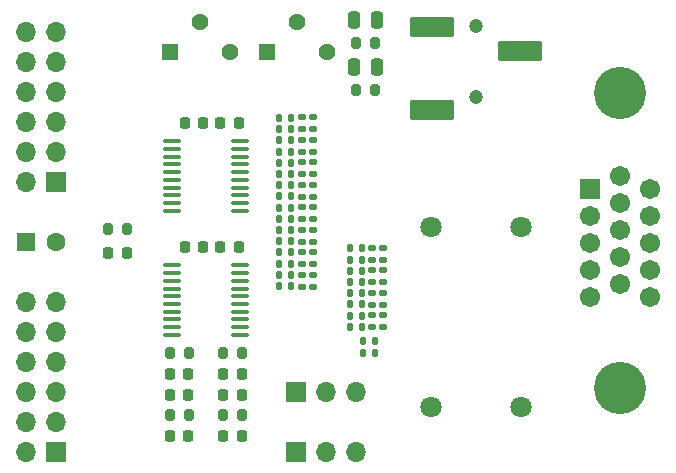
<source format=gbr>
%TF.GenerationSoftware,KiCad,Pcbnew,8.0.3*%
%TF.CreationDate,2025-01-13T10:43:54-08:00*%
%TF.ProjectId,Stereo_VGA,53746572-656f-45f5-9647-412e6b696361,rev?*%
%TF.SameCoordinates,Original*%
%TF.FileFunction,Soldermask,Top*%
%TF.FilePolarity,Negative*%
%FSLAX46Y46*%
G04 Gerber Fmt 4.6, Leading zero omitted, Abs format (unit mm)*
G04 Created by KiCad (PCBNEW 8.0.3) date 2025-01-13 10:43:54*
%MOMM*%
%LPD*%
G01*
G04 APERTURE LIST*
G04 Aperture macros list*
%AMRoundRect*
0 Rectangle with rounded corners*
0 $1 Rounding radius*
0 $2 $3 $4 $5 $6 $7 $8 $9 X,Y pos of 4 corners*
0 Add a 4 corners polygon primitive as box body*
4,1,4,$2,$3,$4,$5,$6,$7,$8,$9,$2,$3,0*
0 Add four circle primitives for the rounded corners*
1,1,$1+$1,$2,$3*
1,1,$1+$1,$4,$5*
1,1,$1+$1,$6,$7*
1,1,$1+$1,$8,$9*
0 Add four rect primitives between the rounded corners*
20,1,$1+$1,$2,$3,$4,$5,0*
20,1,$1+$1,$4,$5,$6,$7,0*
20,1,$1+$1,$6,$7,$8,$9,0*
20,1,$1+$1,$8,$9,$2,$3,0*%
G04 Aperture macros list end*
%ADD10RoundRect,0.250000X0.250000X0.475000X-0.250000X0.475000X-0.250000X-0.475000X0.250000X-0.475000X0*%
%ADD11RoundRect,0.200000X0.200000X0.275000X-0.200000X0.275000X-0.200000X-0.275000X0.200000X-0.275000X0*%
%ADD12RoundRect,0.135000X0.185000X-0.135000X0.185000X0.135000X-0.185000X0.135000X-0.185000X-0.135000X0*%
%ADD13RoundRect,0.135000X-0.135000X-0.185000X0.135000X-0.185000X0.135000X0.185000X-0.135000X0.185000X0*%
%ADD14C,1.200000*%
%ADD15RoundRect,0.102000X-1.750000X0.750000X-1.750000X-0.750000X1.750000X-0.750000X1.750000X0.750000X0*%
%ADD16R,1.600000X1.600000*%
%ADD17C,1.600000*%
%ADD18RoundRect,0.225000X0.225000X0.250000X-0.225000X0.250000X-0.225000X-0.250000X0.225000X-0.250000X0*%
%ADD19C,1.800000*%
%ADD20R,1.700000X1.700000*%
%ADD21O,1.700000X1.700000*%
%ADD22RoundRect,0.102000X-0.611000X-0.611000X0.611000X-0.611000X0.611000X0.611000X-0.611000X0.611000X0*%
%ADD23C,1.426000*%
%ADD24RoundRect,0.135000X-0.185000X0.135000X-0.185000X-0.135000X0.185000X-0.135000X0.185000X0.135000X0*%
%ADD25RoundRect,0.100000X-0.637500X-0.100000X0.637500X-0.100000X0.637500X0.100000X-0.637500X0.100000X0*%
%ADD26RoundRect,0.225000X-0.225000X-0.250000X0.225000X-0.250000X0.225000X0.250000X-0.225000X0.250000X0*%
%ADD27RoundRect,0.200000X-0.200000X-0.275000X0.200000X-0.275000X0.200000X0.275000X-0.200000X0.275000X0*%
%ADD28RoundRect,0.102000X0.754000X-0.754000X0.754000X0.754000X-0.754000X0.754000X-0.754000X-0.754000X0*%
%ADD29C,1.712000*%
%ADD30C,4.420000*%
%ADD31RoundRect,0.218750X0.218750X0.256250X-0.218750X0.256250X-0.218750X-0.256250X0.218750X-0.256250X0*%
G04 APERTURE END LIST*
D10*
%TO.C,C13*%
X110950000Y-80250000D03*
X109050000Y-80250000D03*
%TD*%
%TO.C,C12*%
X110950000Y-84250000D03*
X109050000Y-84250000D03*
%TD*%
D11*
%TO.C,R53*%
X99575000Y-108500000D03*
X97925000Y-108500000D03*
%TD*%
D12*
%TO.C,R29*%
X110575000Y-104410000D03*
X110575000Y-103390000D03*
%TD*%
D13*
%TO.C,R22*%
X108665000Y-102475000D03*
X109685000Y-102475000D03*
%TD*%
%TO.C,R49*%
X109790000Y-107500000D03*
X110810000Y-107500000D03*
%TD*%
D14*
%TO.C,J3*%
X119380000Y-80820000D03*
X119380000Y-86820000D03*
D15*
X115630000Y-80920000D03*
X123130000Y-82920000D03*
X115630000Y-87920000D03*
%TD*%
D16*
%TO.C,C5*%
X81280000Y-99060000D03*
D17*
X83780000Y-99060000D03*
%TD*%
D12*
%TO.C,R14*%
X105550000Y-93360000D03*
X105550000Y-92340000D03*
%TD*%
%TO.C,R47*%
X104600000Y-102860000D03*
X104600000Y-101840000D03*
%TD*%
D18*
%TO.C,C10*%
X95025000Y-115500000D03*
X93475000Y-115500000D03*
%TD*%
D19*
%TO.C,PIEZO1*%
X115570000Y-97790000D03*
X123190000Y-97790000D03*
%TD*%
D20*
%TO.C,J1*%
X83820000Y-93980000D03*
D21*
X81280000Y-93980000D03*
X83820000Y-91440000D03*
X81280000Y-91440000D03*
X83820000Y-88900000D03*
X81280000Y-88900000D03*
X83820000Y-86360000D03*
X81280000Y-86360000D03*
X83820000Y-83820000D03*
X81280000Y-83820000D03*
X83820000Y-81280000D03*
X81280000Y-81280000D03*
%TD*%
D22*
%TO.C,RV1*%
X93460000Y-83000000D03*
D23*
X96000000Y-80460000D03*
X98540000Y-83000000D03*
%TD*%
D11*
%TO.C,R56*%
X110825000Y-82250000D03*
X109175000Y-82250000D03*
%TD*%
D13*
%TO.C,R38*%
X102690000Y-99025000D03*
X103710000Y-99025000D03*
%TD*%
%TO.C,R7*%
X102690000Y-92375000D03*
X103710000Y-92375000D03*
%TD*%
D18*
%TO.C,C7*%
X99525000Y-110250000D03*
X97975000Y-110250000D03*
%TD*%
D11*
%TO.C,R52*%
X95075000Y-113750000D03*
X93425000Y-113750000D03*
%TD*%
D24*
%TO.C,R18*%
X111525000Y-99590000D03*
X111525000Y-100610000D03*
%TD*%
D13*
%TO.C,R21*%
X108665000Y-101525000D03*
X109685000Y-101525000D03*
%TD*%
%TO.C,R35*%
X102690000Y-96175000D03*
X103710000Y-96175000D03*
%TD*%
D25*
%TO.C,U2*%
X93637500Y-101075000D03*
X93637500Y-101725000D03*
X93637500Y-102375000D03*
X93637500Y-103025000D03*
X93637500Y-103675000D03*
X93637500Y-104325000D03*
X93637500Y-104975000D03*
X93637500Y-105625000D03*
X93637500Y-106275000D03*
X93637500Y-106925000D03*
X99362500Y-106925000D03*
X99362500Y-106275000D03*
X99362500Y-105625000D03*
X99362500Y-104975000D03*
X99362500Y-104325000D03*
X99362500Y-103675000D03*
X99362500Y-103025000D03*
X99362500Y-102375000D03*
X99362500Y-101725000D03*
X99362500Y-101075000D03*
%TD*%
D22*
%TO.C,RV2*%
X101710000Y-83000000D03*
D23*
X104250000Y-80460000D03*
X106790000Y-83000000D03*
%TD*%
D12*
%TO.C,R31*%
X110575000Y-106310000D03*
X110575000Y-105290000D03*
%TD*%
%TO.C,R12*%
X105550000Y-91460000D03*
X105550000Y-90440000D03*
%TD*%
D26*
%TO.C,C3*%
X97725000Y-99500000D03*
X99275000Y-99500000D03*
%TD*%
D13*
%TO.C,R41*%
X102690000Y-101875000D03*
X103710000Y-101875000D03*
%TD*%
%TO.C,R23*%
X108665000Y-103425000D03*
X109685000Y-103425000D03*
%TD*%
D11*
%TO.C,R55*%
X110825000Y-86250000D03*
X109175000Y-86250000D03*
%TD*%
D13*
%TO.C,R39*%
X102690000Y-99975000D03*
X103710000Y-99975000D03*
%TD*%
%TO.C,R20*%
X108665000Y-100575000D03*
X109685000Y-100575000D03*
%TD*%
D12*
%TO.C,R44*%
X105550000Y-99060000D03*
X105550000Y-98040000D03*
%TD*%
%TO.C,R46*%
X105550000Y-100960000D03*
X105550000Y-99940000D03*
%TD*%
D13*
%TO.C,R6*%
X102690000Y-91425000D03*
X103710000Y-91425000D03*
%TD*%
%TO.C,R4*%
X102690000Y-89525000D03*
X103710000Y-89525000D03*
%TD*%
D20*
%TO.C,J4*%
X104140000Y-116840000D03*
D21*
X106680000Y-116840000D03*
X109220000Y-116840000D03*
%TD*%
D25*
%TO.C,U1*%
X93637500Y-90575000D03*
X93637500Y-91225000D03*
X93637500Y-91875000D03*
X93637500Y-92525000D03*
X93637500Y-93175000D03*
X93637500Y-93825000D03*
X93637500Y-94475000D03*
X93637500Y-95125000D03*
X93637500Y-95775000D03*
X93637500Y-96425000D03*
X99362500Y-96425000D03*
X99362500Y-95775000D03*
X99362500Y-95125000D03*
X99362500Y-94475000D03*
X99362500Y-93825000D03*
X99362500Y-93175000D03*
X99362500Y-92525000D03*
X99362500Y-91875000D03*
X99362500Y-91225000D03*
X99362500Y-90575000D03*
%TD*%
D24*
%TO.C,R34*%
X105550000Y-96140000D03*
X105550000Y-97160000D03*
%TD*%
D13*
%TO.C,R19*%
X108665000Y-99625000D03*
X109685000Y-99625000D03*
%TD*%
D12*
%TO.C,R11*%
X104600000Y-91460000D03*
X104600000Y-90440000D03*
%TD*%
D13*
%TO.C,R25*%
X108665000Y-105325000D03*
X109685000Y-105325000D03*
%TD*%
D18*
%TO.C,C9*%
X99525000Y-112000000D03*
X97975000Y-112000000D03*
%TD*%
D27*
%TO.C,R51*%
X93425000Y-108500000D03*
X95075000Y-108500000D03*
%TD*%
D12*
%TO.C,R27*%
X110575000Y-102510000D03*
X110575000Y-101490000D03*
%TD*%
D13*
%TO.C,R8*%
X102690000Y-93325000D03*
X103710000Y-93325000D03*
%TD*%
%TO.C,R5*%
X102690000Y-90475000D03*
X103710000Y-90475000D03*
%TD*%
D19*
%TO.C,PIEZO2*%
X115570000Y-113030000D03*
X123190000Y-113030000D03*
%TD*%
D12*
%TO.C,R16*%
X105550000Y-95260000D03*
X105550000Y-94240000D03*
%TD*%
%TO.C,R15*%
X104600000Y-95260000D03*
X104600000Y-94240000D03*
%TD*%
D13*
%TO.C,R50*%
X109790000Y-108500000D03*
X110810000Y-108500000D03*
%TD*%
D28*
%TO.C,J6*%
X128997500Y-94636750D03*
D29*
X128997500Y-96916750D03*
X128997500Y-99196750D03*
X128997500Y-101476750D03*
X128997500Y-103756750D03*
X131537500Y-93496750D03*
X131537500Y-95776750D03*
X131537500Y-98056750D03*
X131537500Y-100336750D03*
X131537500Y-102616750D03*
X134077500Y-94636750D03*
X134077500Y-96916750D03*
X134077500Y-99196750D03*
X134077500Y-101476750D03*
X134077500Y-103756750D03*
D30*
X131537500Y-111436750D03*
X131537500Y-86446750D03*
%TD*%
D26*
%TO.C,C1*%
X97725000Y-89000000D03*
X99275000Y-89000000D03*
%TD*%
%TO.C,C8*%
X93475000Y-112000000D03*
X95025000Y-112000000D03*
%TD*%
D12*
%TO.C,R43*%
X104600000Y-99060000D03*
X104600000Y-98040000D03*
%TD*%
D24*
%TO.C,R17*%
X110575000Y-99590000D03*
X110575000Y-100610000D03*
%TD*%
%TO.C,R1*%
X104600000Y-88540000D03*
X104600000Y-89560000D03*
%TD*%
D31*
%TO.C,D1*%
X89787500Y-100000000D03*
X88212500Y-100000000D03*
%TD*%
D20*
%TO.C,J5*%
X104140000Y-111760000D03*
D21*
X106680000Y-111760000D03*
X109220000Y-111760000D03*
%TD*%
D12*
%TO.C,R28*%
X111525000Y-102510000D03*
X111525000Y-101490000D03*
%TD*%
D26*
%TO.C,C11*%
X97975000Y-115500000D03*
X99525000Y-115500000D03*
%TD*%
D20*
%TO.C,J2*%
X83820000Y-116840000D03*
D21*
X81280000Y-116840000D03*
X83820000Y-114300000D03*
X81280000Y-114300000D03*
X83820000Y-111760000D03*
X81280000Y-111760000D03*
X83820000Y-109220000D03*
X81280000Y-109220000D03*
X83820000Y-106680000D03*
X81280000Y-106680000D03*
X83820000Y-104140000D03*
X81280000Y-104140000D03*
%TD*%
D13*
%TO.C,R24*%
X108665000Y-104375000D03*
X109685000Y-104375000D03*
%TD*%
D24*
%TO.C,R2*%
X105550000Y-88540000D03*
X105550000Y-89560000D03*
%TD*%
D18*
%TO.C,C2*%
X96275000Y-89000000D03*
X94725000Y-89000000D03*
%TD*%
D13*
%TO.C,R37*%
X102690000Y-98075000D03*
X103710000Y-98075000D03*
%TD*%
D24*
%TO.C,R33*%
X104600000Y-96140000D03*
X104600000Y-97160000D03*
%TD*%
D13*
%TO.C,R9*%
X102690000Y-94275000D03*
X103710000Y-94275000D03*
%TD*%
D18*
%TO.C,C4*%
X96275000Y-99500000D03*
X94725000Y-99500000D03*
%TD*%
D13*
%TO.C,R36*%
X102690000Y-97125000D03*
X103710000Y-97125000D03*
%TD*%
D12*
%TO.C,R13*%
X104600000Y-93360000D03*
X104600000Y-92340000D03*
%TD*%
D26*
%TO.C,C6*%
X93475000Y-110250000D03*
X95025000Y-110250000D03*
%TD*%
D13*
%TO.C,R40*%
X102690000Y-100925000D03*
X103710000Y-100925000D03*
%TD*%
%TO.C,R42*%
X102690000Y-102825000D03*
X103710000Y-102825000D03*
%TD*%
D12*
%TO.C,R45*%
X104600000Y-100960000D03*
X104600000Y-99940000D03*
%TD*%
%TO.C,R32*%
X111525000Y-106310000D03*
X111525000Y-105290000D03*
%TD*%
D13*
%TO.C,R26*%
X108665000Y-106275000D03*
X109685000Y-106275000D03*
%TD*%
D12*
%TO.C,R48*%
X105550000Y-102860000D03*
X105550000Y-101840000D03*
%TD*%
D13*
%TO.C,R3*%
X102690000Y-88575000D03*
X103710000Y-88575000D03*
%TD*%
D12*
%TO.C,R30*%
X111525000Y-104410000D03*
X111525000Y-103390000D03*
%TD*%
D27*
%TO.C,R57*%
X88175000Y-98000000D03*
X89825000Y-98000000D03*
%TD*%
%TO.C,R54*%
X97925000Y-113750000D03*
X99575000Y-113750000D03*
%TD*%
D13*
%TO.C,R10*%
X102690000Y-95225000D03*
X103710000Y-95225000D03*
%TD*%
M02*

</source>
